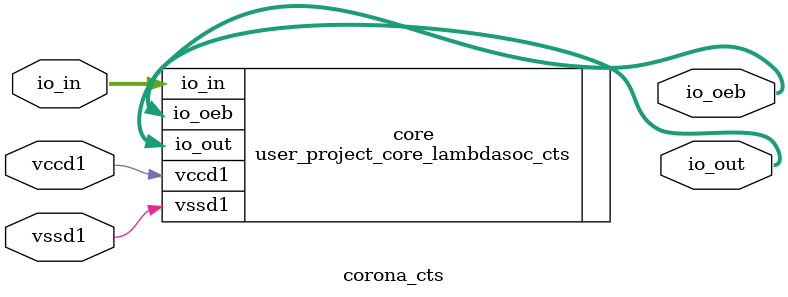
<source format=v>
module user_project_wrapper (user_clock2,
    vccd1,
    vccd2,
    vdda1,
    vdda2,
    vssa1,
    vssa2,
    vssd1,
    vssd2,
    wb_clk_i,
    wb_rst_i,
    wbs_ack_o,
    wbs_cyc_i,
    wbs_stb_i,
    wbs_we_i,
    analog_io,
    io_in,
    io_oeb,
    io_out,
    la_data_in,
    la_data_out,
    la_oenb,
    user_irq,
    wbs_adr_i,
    wbs_dat_i,
    wbs_dat_o,
    wbs_sel_i);
 input user_clock2;
 input vccd1;
 input vccd2;
 input vdda1;
 input vdda2;
 input vssa1;
 input vssa2;
 input vssd1;
 input vssd2;
 input wb_clk_i;
 input wb_rst_i;
 output wbs_ack_o;
 input wbs_cyc_i;
 input wbs_stb_i;
 input wbs_we_i;
 inout [28:0] analog_io;
 input [37:0] io_in;
 output [37:0] io_oeb;
 output [37:0] io_out;
 input [127:0] la_data_in;
 output [127:0] la_data_out;
 input [127:0] la_oenb;
 output [2:0] user_irq;
 input [31:0] wbs_adr_i;
 input [31:0] wbs_dat_i;
 output [31:0] wbs_dat_o;
 input [3:0] wbs_sel_i;

via4_3100x3100 via (
    .vccd1(vccd1),
    .vssd1(vssd1)
);

corona_cts corona (
    .vccd1(vccd1),
    .vssd1(vssd1),
    .io_in(io_in),
    .io_oeb(io_oeb),
    .io_out(io_out)
);

endmodule

(* keep *)
module via4_3100x3100(
    input vccd1,
    input vssd1
);
    // Entirely pointless, but required to make the GL netlist match the GDS
endmodule

module corona_cts(
    input vccd1,
    input vssd1,
    input [37:0] io_in,
    output [37:0] io_oeb,
    output [37:0] io_out
);
    user_project_core_lambdasoc_cts core(
        .vccd1(vccd1),
        .vssd1(vssd1),
        .io_in(io_in),
        .io_oeb(io_oeb),
        .io_out(io_out)
    );
endmodule

</source>
